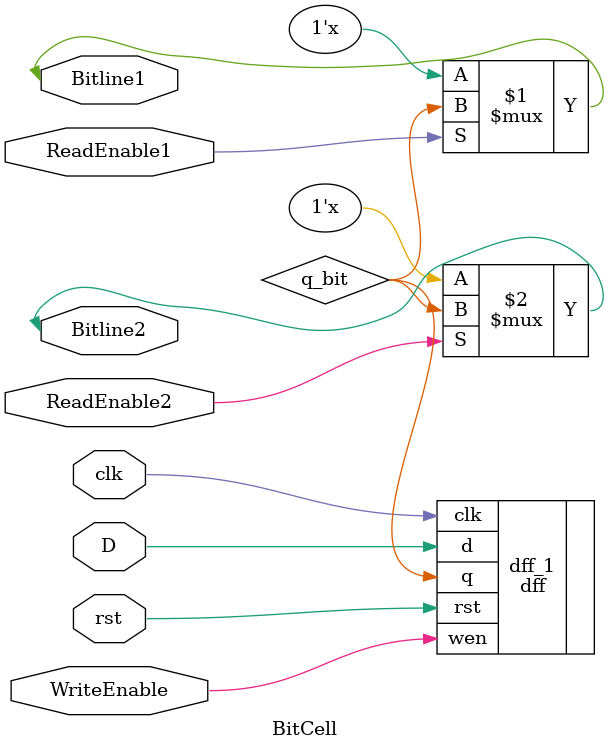
<source format=v>
module BitCell(
input clk,
input rst,
input D,
input WriteEnable,
input ReadEnable1,
input ReadEnable2,
inout Bitline1,
inout Bitline2);

  wire q_bit;
  assign Bitline1 = ReadEnable1 ? q_bit : 1'bZ;
  assign Bitline2 = ReadEnable2 ? q_bit : 1'bZ;

  dff dff_1(.q(q_bit), .d(D), .wen(WriteEnable), .clk(clk), .rst(rst));

endmodule

</source>
